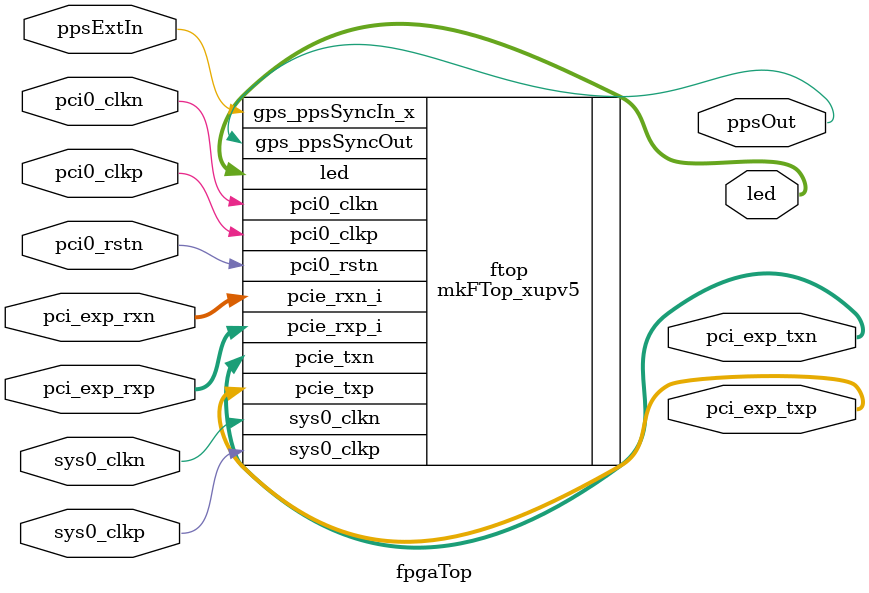
<source format=v>

module fpgaTop(
  input  wire        sys0_clkp,     // sys0 Clock +
  input  wire        sys0_clkn,     // sys0 Clock -
  input  wire        pci0_clkp,     // PCIe Clock +
  input  wire        pci0_clkn,     // PCIe Clock -
  input  wire        pci0_rstn,     // PCIe Reset
  output wire [7:0]  pci_exp_txp,   // PCIe lanes...
  output wire [7:0]  pci_exp_txn,
  input  wire [7:0]  pci_exp_rxp,
  input  wire [7:0]  pci_exp_rxn,
  output wire [2:0]  led,            // LEDs ml555
  input  wire        ppsExtIn,       // PPS in
  output wire        ppsOut          // PPS out
);

// Instance and connect mkFTop...
 mkFTop_xupv5 ftop(
  .sys0_clkp         (sys0_clkp),
  .sys0_clkn         (sys0_clkn),
  .pci0_clkp         (pci0_clkp),
  .pci0_clkn         (pci0_clkn),
  .pci0_rstn         (pci0_rstn),
  .pcie_rxp_i        (pci_exp_rxp),
  .pcie_rxn_i        (pci_exp_rxn),
  .pcie_txp          (pci_exp_txp),
  .pcie_txn          (pci_exp_txn),
  .led               (led),
  .gps_ppsSyncIn_x   (ppsExtIn),
  .gps_ppsSyncOut    (ppsOut) 
);

endmodule

</source>
